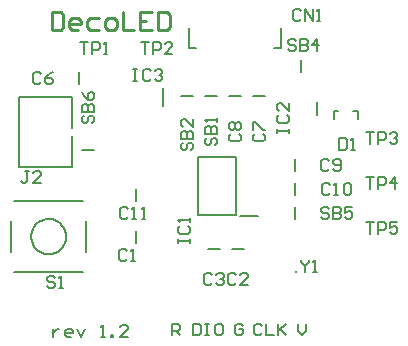
<source format=gto>
G04*
G04 #@! TF.GenerationSoftware,Altium Limited,Altium Designer,22.5.1 (42)*
G04*
G04 Layer_Color=65535*
%FSLAX25Y25*%
%MOIN*%
G70*
G04*
G04 #@! TF.SameCoordinates,96F4DE00-7DBF-44AA-9512-03554E38B811*
G04*
G04*
G04 #@! TF.FilePolarity,Positive*
G04*
G01*
G75*
%ADD10C,0.00787*%
%ADD11C,0.00598*%
%ADD12C,0.00996*%
D10*
X111486Y31244D02*
Y31634D01*
Y31642D02*
Y31244D01*
Y31244D02*
Y31634D01*
X34905Y43000D02*
X34821Y43998D01*
X34568Y44967D01*
X34156Y45880D01*
X33595Y46710D01*
X32902Y47433D01*
X32096Y48029D01*
X31202Y48480D01*
X30244Y48773D01*
X29251Y48900D01*
X28250Y48858D01*
X27271Y48647D01*
X26341Y48273D01*
X25488Y47748D01*
X24736Y47086D01*
X24107Y46307D01*
X23619Y45432D01*
X23285Y44488D01*
X23116Y43501D01*
Y42499D01*
X23285Y41512D01*
X23619Y40567D01*
X24107Y39693D01*
X24736Y38914D01*
X25488Y38252D01*
X26341Y37727D01*
X27271Y37353D01*
X28250Y37142D01*
X29251Y37100D01*
X30244Y37227D01*
X31202Y37520D01*
X32096Y37971D01*
X32902Y38567D01*
X33595Y39290D01*
X34156Y40120D01*
X34568Y41033D01*
X34821Y42002D01*
X34905Y43000D01*
X124063Y82106D02*
Y84862D01*
Y84961D01*
X125441D01*
X130559D02*
X131937D01*
Y82106D02*
Y84961D01*
X118331Y83476D02*
Y88004D01*
X103992Y105976D02*
X106354D01*
Y112669D01*
X75646Y105976D02*
Y112669D01*
Y105976D02*
X78008D01*
X17583Y54811D02*
X40417Y54811D01*
X17583Y31189D02*
X40417D01*
X41598Y37882D02*
Y48118D01*
X16402Y37882D02*
Y48118D01*
X78701Y50354D02*
X91299D01*
X78701D02*
Y69646D01*
X91299D01*
Y50354D02*
Y69646D01*
X92677Y49843D02*
X98681D01*
X82032Y39000D02*
X85969D01*
X90031Y39000D02*
X93968D01*
X58000Y41032D02*
Y44969D01*
X111000Y65031D02*
Y68968D01*
X40031Y72000D02*
X43968D01*
X58000Y55032D02*
Y58969D01*
X36693Y79315D02*
Y89551D01*
Y66323D02*
Y76559D01*
X18976Y66323D02*
X36693D01*
X18976D02*
Y89551D01*
X36693D01*
X111000Y49031D02*
Y52969D01*
X81032Y90000D02*
X84969D01*
X113000Y98032D02*
Y101969D01*
X73032Y90000D02*
X76968D01*
X67158Y86677D02*
Y92681D01*
X111000Y57032D02*
Y60969D01*
X89031Y90000D02*
X92968D01*
X97031Y90000D02*
X100969D01*
X39000Y94032D02*
Y97969D01*
D11*
X122344Y68312D02*
X121688Y68968D01*
X120376D01*
X119720Y68312D01*
Y65688D01*
X120376Y65032D01*
X121688D01*
X122344Y65688D01*
X123656D02*
X124312Y65032D01*
X125624D01*
X126280Y65688D01*
Y68312D01*
X125624Y68968D01*
X124312D01*
X123656Y68312D01*
Y67656D01*
X124312Y67000D01*
X126280D01*
X112098Y14034D02*
Y11410D01*
X113410Y10098D01*
X114722Y11410D01*
Y14034D01*
X100222Y13378D02*
X99566Y14034D01*
X98254D01*
X97598Y13378D01*
Y10754D01*
X98254Y10098D01*
X99566D01*
X100222Y10754D01*
X101534Y14034D02*
Y10098D01*
X104158D01*
X105470Y14034D02*
Y10098D01*
Y11410D01*
X108094Y14034D01*
X106126Y12066D01*
X108094Y10098D01*
X93722Y13378D02*
X93066Y14034D01*
X91754D01*
X91098Y13378D01*
Y10754D01*
X91754Y10098D01*
X93066D01*
X93722Y10754D01*
Y12066D01*
X92410D01*
X77098Y14034D02*
Y10098D01*
X79066D01*
X79722Y10754D01*
Y13378D01*
X79066Y14034D01*
X77098D01*
X81034D02*
X82346D01*
X81690D01*
Y10098D01*
X81034D01*
X82346D01*
X86282Y14034D02*
X84970D01*
X84314Y13378D01*
Y10754D01*
X84970Y10098D01*
X86282D01*
X86938Y10754D01*
Y13378D01*
X86282Y14034D01*
X70098Y10098D02*
Y14034D01*
X72066D01*
X72722Y13378D01*
Y12066D01*
X72066Y11410D01*
X70098D01*
X71410D02*
X72722Y10098D01*
X30598Y12222D02*
Y9598D01*
Y10910D01*
X31254Y11566D01*
X31910Y12222D01*
X32566D01*
X36502Y9598D02*
X35190D01*
X34534Y10254D01*
Y11566D01*
X35190Y12222D01*
X36502D01*
X37158Y11566D01*
Y10910D01*
X34534D01*
X38470Y12222D02*
X39782Y9598D01*
X41094Y12222D01*
X46341Y9598D02*
X47653D01*
X46997D01*
Y13534D01*
X46341Y12878D01*
X49621Y9598D02*
Y10254D01*
X50277D01*
Y9598D01*
X49621D01*
X55525D02*
X52901D01*
X55525Y12222D01*
Y12878D01*
X54869Y13534D01*
X53557D01*
X52901Y12878D01*
X125876Y75968D02*
Y72032D01*
X127844D01*
X128500Y72688D01*
Y75312D01*
X127844Y75968D01*
X125876D01*
X129812Y72032D02*
X131124D01*
X130468D01*
Y75968D01*
X129812Y75312D01*
X113032Y118312D02*
X112376Y118968D01*
X111064D01*
X110408Y118312D01*
Y115688D01*
X111064Y115032D01*
X112376D01*
X113032Y115688D01*
X114344Y115032D02*
Y118968D01*
X116968Y115032D01*
Y118968D01*
X118280Y115032D02*
X119592D01*
X118936D01*
Y118968D01*
X118280Y118312D01*
X113227Y35299D02*
Y34643D01*
X114539Y33331D01*
X115850Y34643D01*
Y35299D01*
X114539Y33331D02*
Y31363D01*
X117162D02*
X118474D01*
X117818D01*
Y35299D01*
X117162Y34643D01*
X31000Y29312D02*
X30344Y29968D01*
X29032D01*
X28376Y29312D01*
Y28656D01*
X29032Y28000D01*
X30344D01*
X31000Y27344D01*
Y26688D01*
X30344Y26032D01*
X29032D01*
X28376Y26688D01*
X32312Y26032D02*
X33624D01*
X32968D01*
Y29968D01*
X32312Y29312D01*
X40688Y83376D02*
X40032Y82720D01*
Y81408D01*
X40688Y80752D01*
X41344D01*
X42000Y81408D01*
Y82720D01*
X42656Y83376D01*
X43312D01*
X43968Y82720D01*
Y81408D01*
X43312Y80752D01*
X40032Y84688D02*
X43968D01*
Y86656D01*
X43312Y87312D01*
X42656D01*
X42000Y86656D01*
Y84688D01*
Y86656D01*
X41344Y87312D01*
X40688D01*
X40032Y86656D01*
Y84688D01*
Y91248D02*
X40688Y89936D01*
X42000Y88624D01*
X43312D01*
X43968Y89280D01*
Y90592D01*
X43312Y91248D01*
X42656D01*
X42000Y90592D01*
Y88624D01*
X55360Y52312D02*
X54704Y52968D01*
X53392D01*
X52736Y52312D01*
Y49688D01*
X53392Y49032D01*
X54704D01*
X55360Y49688D01*
X56672Y49032D02*
X57984D01*
X57328D01*
Y52968D01*
X56672Y52312D01*
X59952Y49032D02*
X61264D01*
X60608D01*
Y52968D01*
X59952Y52312D01*
X91344Y30312D02*
X90688Y30968D01*
X89376D01*
X88720Y30312D01*
Y27688D01*
X89376Y27032D01*
X90688D01*
X91344Y27688D01*
X95280Y27032D02*
X92656D01*
X95280Y29656D01*
Y30312D01*
X94624Y30968D01*
X93312D01*
X92656Y30312D01*
X134752Y47968D02*
X137376D01*
X136064D01*
Y44032D01*
X138688D02*
Y47968D01*
X140656D01*
X141312Y47312D01*
Y46000D01*
X140656Y45344D01*
X138688D01*
X145248Y47968D02*
X142624D01*
Y46000D01*
X143936Y46656D01*
X144592D01*
X145248Y46000D01*
Y44688D01*
X144592Y44032D01*
X143280D01*
X142624Y44688D01*
X134752Y62968D02*
X137376D01*
X136064D01*
Y59032D01*
X138688D02*
Y62968D01*
X140656D01*
X141312Y62312D01*
Y61000D01*
X140656Y60344D01*
X138688D01*
X144592Y59032D02*
Y62968D01*
X142624Y61000D01*
X145248D01*
X134752Y77968D02*
X137376D01*
X136064D01*
Y74032D01*
X138688D02*
Y77968D01*
X140656D01*
X141312Y77312D01*
Y76000D01*
X140656Y75344D01*
X138688D01*
X142624Y77312D02*
X143280Y77968D01*
X144592D01*
X145248Y77312D01*
Y76656D01*
X144592Y76000D01*
X143936D01*
X144592D01*
X145248Y75344D01*
Y74688D01*
X144592Y74032D01*
X143280D01*
X142624Y74688D01*
X59752Y107968D02*
X62376D01*
X61064D01*
Y104032D01*
X63688D02*
Y107968D01*
X65656D01*
X66312Y107312D01*
Y106000D01*
X65656Y105344D01*
X63688D01*
X70248Y104032D02*
X67624D01*
X70248Y106656D01*
Y107312D01*
X69592Y107968D01*
X68280D01*
X67624Y107312D01*
X39408Y107968D02*
X42032D01*
X40720D01*
Y104032D01*
X43344D02*
Y107968D01*
X45312D01*
X45968Y107312D01*
Y106000D01*
X45312Y105344D01*
X43344D01*
X47280Y104032D02*
X48592D01*
X47936D01*
Y107968D01*
X47280Y107312D01*
X22344Y64968D02*
X21032D01*
X21688D01*
Y61688D01*
X21032Y61032D01*
X20376D01*
X19720Y61688D01*
X26280Y61032D02*
X23656D01*
X26280Y63656D01*
Y64312D01*
X25624Y64968D01*
X24312D01*
X23656Y64312D01*
X122376Y52312D02*
X121720Y52968D01*
X120408D01*
X119752Y52312D01*
Y51656D01*
X120408Y51000D01*
X121720D01*
X122376Y50344D01*
Y49688D01*
X121720Y49032D01*
X120408D01*
X119752Y49688D01*
X123688Y52968D02*
Y49032D01*
X125656D01*
X126312Y49688D01*
Y50344D01*
X125656Y51000D01*
X123688D01*
X125656D01*
X126312Y51656D01*
Y52312D01*
X125656Y52968D01*
X123688D01*
X130248D02*
X127624D01*
Y51000D01*
X128936Y51656D01*
X129592D01*
X130248Y51000D01*
Y49688D01*
X129592Y49032D01*
X128280D01*
X127624Y49688D01*
X81688Y76032D02*
X81032Y75376D01*
Y74064D01*
X81688Y73408D01*
X82344D01*
X83000Y74064D01*
Y75376D01*
X83656Y76032D01*
X84312D01*
X84968Y75376D01*
Y74064D01*
X84312Y73408D01*
X81032Y77344D02*
X84968D01*
Y79312D01*
X84312Y79968D01*
X83656D01*
X83000Y79312D01*
Y77344D01*
Y79312D01*
X82344Y79968D01*
X81688D01*
X81032Y79312D01*
Y77344D01*
X84968Y81280D02*
Y82592D01*
Y81936D01*
X81032D01*
X81688Y81280D01*
X111376Y108312D02*
X110720Y108968D01*
X109408D01*
X108752Y108312D01*
Y107656D01*
X109408Y107000D01*
X110720D01*
X111376Y106344D01*
Y105688D01*
X110720Y105032D01*
X109408D01*
X108752Y105688D01*
X112688Y108968D02*
Y105032D01*
X114656D01*
X115312Y105688D01*
Y106344D01*
X114656Y107000D01*
X112688D01*
X114656D01*
X115312Y107656D01*
Y108312D01*
X114656Y108968D01*
X112688D01*
X118592Y105032D02*
Y108968D01*
X116624Y107000D01*
X119248D01*
X73688Y74376D02*
X73032Y73720D01*
Y72408D01*
X73688Y71752D01*
X74344D01*
X75000Y72408D01*
Y73720D01*
X75656Y74376D01*
X76312D01*
X76968Y73720D01*
Y72408D01*
X76312Y71752D01*
X73032Y75688D02*
X76968D01*
Y77656D01*
X76312Y78312D01*
X75656D01*
X75000Y77656D01*
Y75688D01*
Y77656D01*
X74344Y78312D01*
X73688D01*
X73032Y77656D01*
Y75688D01*
X76968Y82248D02*
Y79624D01*
X74344Y82248D01*
X73688D01*
X73032Y81592D01*
Y80280D01*
X73688Y79624D01*
X105032Y77580D02*
Y78892D01*
Y78236D01*
X108968D01*
Y77580D01*
Y78892D01*
X105688Y83484D02*
X105032Y82828D01*
Y81516D01*
X105688Y80860D01*
X108312D01*
X108968Y81516D01*
Y82828D01*
X108312Y83484D01*
X108968Y87420D02*
Y84796D01*
X106344Y87420D01*
X105688D01*
X105032Y86764D01*
Y85452D01*
X105688Y84796D01*
X57080Y98968D02*
X58392D01*
X57736D01*
Y95032D01*
X57080D01*
X58392D01*
X62984Y98312D02*
X62328Y98968D01*
X61016D01*
X60360Y98312D01*
Y95688D01*
X61016Y95032D01*
X62328D01*
X62984Y95688D01*
X64296Y98312D02*
X64952Y98968D01*
X66264D01*
X66920Y98312D01*
Y97656D01*
X66264Y97000D01*
X65608D01*
X66264D01*
X66920Y96344D01*
Y95688D01*
X66264Y95032D01*
X64952D01*
X64296Y95688D01*
X72032Y40736D02*
Y42048D01*
Y41392D01*
X75968D01*
Y40736D01*
Y42048D01*
X72688Y46640D02*
X72032Y45984D01*
Y44672D01*
X72688Y44016D01*
X75312D01*
X75968Y44672D01*
Y45984D01*
X75312Y46640D01*
X75968Y47952D02*
Y49264D01*
Y48608D01*
X72032D01*
X72688Y47952D01*
X122704Y60312D02*
X122048Y60968D01*
X120736D01*
X120080Y60312D01*
Y57688D01*
X120736Y57032D01*
X122048D01*
X122704Y57688D01*
X124016Y57032D02*
X125328D01*
X124672D01*
Y60968D01*
X124016Y60312D01*
X127296D02*
X127952Y60968D01*
X129264D01*
X129920Y60312D01*
Y57688D01*
X129264Y57032D01*
X127952D01*
X127296Y57688D01*
Y60312D01*
X89688Y77344D02*
X89032Y76688D01*
Y75376D01*
X89688Y74720D01*
X92312D01*
X92968Y75376D01*
Y76688D01*
X92312Y77344D01*
X89688Y78656D02*
X89032Y79312D01*
Y80624D01*
X89688Y81280D01*
X90344D01*
X91000Y80624D01*
X91656Y81280D01*
X92312D01*
X92968Y80624D01*
Y79312D01*
X92312Y78656D01*
X91656D01*
X91000Y79312D01*
X90344Y78656D01*
X89688D01*
X91000Y79312D02*
Y80624D01*
X97688Y77344D02*
X97032Y76688D01*
Y75376D01*
X97688Y74720D01*
X100312D01*
X100968Y75376D01*
Y76688D01*
X100312Y77344D01*
X97032Y78656D02*
Y81280D01*
X97688D01*
X100312Y78656D01*
X100968D01*
X83344Y30312D02*
X82688Y30968D01*
X81376D01*
X80720Y30312D01*
Y27688D01*
X81376Y27032D01*
X82688D01*
X83344Y27688D01*
X84656Y30312D02*
X85312Y30968D01*
X86624D01*
X87280Y30312D01*
Y29656D01*
X86624Y29000D01*
X85968D01*
X86624D01*
X87280Y28344D01*
Y27688D01*
X86624Y27032D01*
X85312D01*
X84656Y27688D01*
X26344Y97312D02*
X25688Y97968D01*
X24376D01*
X23720Y97312D01*
Y94688D01*
X24376Y94032D01*
X25688D01*
X26344Y94688D01*
X30280Y97968D02*
X28968Y97312D01*
X27656Y96000D01*
Y94688D01*
X28312Y94032D01*
X29624D01*
X30280Y94688D01*
Y95344D01*
X29624Y96000D01*
X27656D01*
X55000Y38312D02*
X54344Y38968D01*
X53032D01*
X52376Y38312D01*
Y35688D01*
X53032Y35032D01*
X54344D01*
X55000Y35688D01*
X56312Y35032D02*
X57624D01*
X56968D01*
Y38968D01*
X56312Y38312D01*
D12*
X29996Y117900D02*
Y111996D01*
X32948D01*
X33932Y112980D01*
Y116916D01*
X32948Y117900D01*
X29996D01*
X38851Y111996D02*
X36884D01*
X35900Y112980D01*
Y114948D01*
X36884Y115932D01*
X38851D01*
X39835Y114948D01*
Y113964D01*
X35900D01*
X45739Y115932D02*
X42787D01*
X41803Y114948D01*
Y112980D01*
X42787Y111996D01*
X45739D01*
X48691D02*
X50659D01*
X51643Y112980D01*
Y114948D01*
X50659Y115932D01*
X48691D01*
X47707Y114948D01*
Y112980D01*
X48691Y111996D01*
X53610Y117900D02*
Y111996D01*
X57546D01*
X63450Y117900D02*
X59514D01*
Y111996D01*
X63450D01*
X59514Y114948D02*
X61482D01*
X65418Y117900D02*
Y111996D01*
X68370D01*
X69353Y112980D01*
Y116916D01*
X68370Y117900D01*
X65418D01*
M02*

</source>
